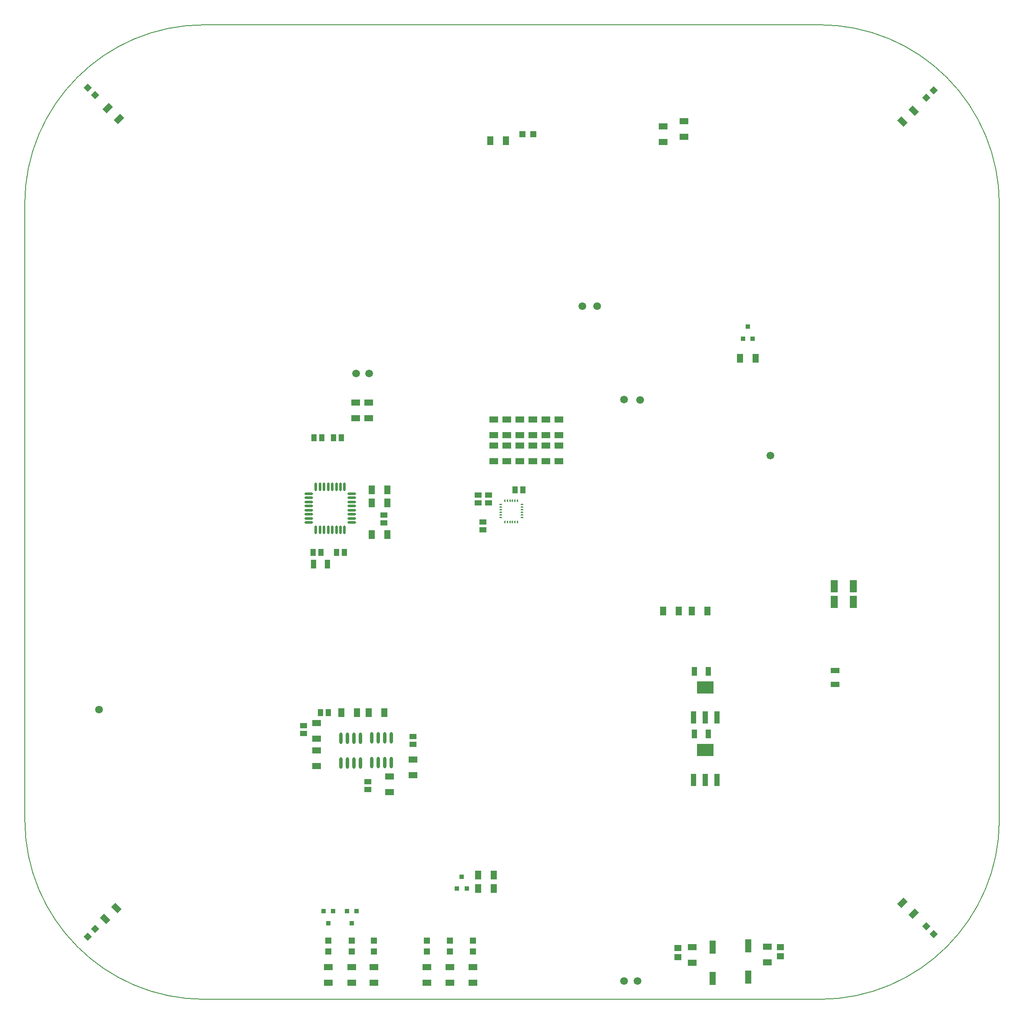
<source format=gtp>
%FSLAX23Y23*%
%MOIN*%
G70*
G01*
G75*
G04 Layer_Color=8421504*
%ADD10C,0.008*%
%ADD11C,0.059*%
%ADD12R,0.035X0.037*%
%ADD13R,0.035X0.037*%
%ADD14R,0.045X0.069*%
%ADD15R,0.055X0.047*%
%ADD16R,0.055X0.043*%
%ADD17O,0.024X0.087*%
%ADD18R,0.039X0.094*%
%ADD19R,0.130X0.094*%
%ADD20O,0.065X0.022*%
%ADD21O,0.022X0.065*%
%ADD22R,0.043X0.055*%
%ADD23R,0.043X0.067*%
%ADD24R,0.067X0.043*%
%ADD25R,0.050X0.100*%
%ADD26R,0.057X0.094*%
%ADD27R,0.069X0.045*%
G04:AMPARAMS|DCode=28|XSize=69mil|YSize=45mil|CornerRadius=0mil|HoleSize=0mil|Usage=FLASHONLY|Rotation=225.000|XOffset=0mil|YOffset=0mil|HoleType=Round|Shape=Rectangle|*
%AMROTATEDRECTD28*
4,1,4,0.008,0.040,0.040,0.008,-0.008,-0.040,-0.040,-0.008,0.008,0.040,0.0*
%
%ADD28ROTATEDRECTD28*%

G04:AMPARAMS|DCode=29|XSize=69mil|YSize=45mil|CornerRadius=0mil|HoleSize=0mil|Usage=FLASHONLY|Rotation=315.000|XOffset=0mil|YOffset=0mil|HoleType=Round|Shape=Rectangle|*
%AMROTATEDRECTD29*
4,1,4,-0.040,0.008,-0.008,0.040,0.040,-0.008,0.008,-0.040,-0.040,0.008,0.0*
%
%ADD29ROTATEDRECTD29*%

%ADD30R,0.047X0.047*%
%ADD31R,0.047X0.047*%
G04:AMPARAMS|DCode=32|XSize=47mil|YSize=47mil|CornerRadius=0mil|HoleSize=0mil|Usage=FLASHONLY|Rotation=225.000|XOffset=0mil|YOffset=0mil|HoleType=Round|Shape=Rectangle|*
%AMROTATEDRECTD32*
4,1,4,0.000,0.033,0.033,0.000,0.000,-0.033,-0.033,0.000,0.000,0.033,0.0*
%
%ADD32ROTATEDRECTD32*%

G04:AMPARAMS|DCode=33|XSize=47mil|YSize=47mil|CornerRadius=0mil|HoleSize=0mil|Usage=FLASHONLY|Rotation=315.000|XOffset=0mil|YOffset=0mil|HoleType=Round|Shape=Rectangle|*
%AMROTATEDRECTD33*
4,1,4,-0.033,0.000,0.000,0.033,0.033,0.000,0.000,-0.033,-0.033,0.000,0.0*
%
%ADD33ROTATEDRECTD33*%

%ADD34O,0.022X0.010*%
%ADD35O,0.010X0.022*%
%ADD36C,0.010*%
%ADD37C,0.012*%
%ADD38C,0.009*%
%ADD39C,0.020*%
%ADD40C,0.030*%
%ADD41C,0.005*%
%ADD42R,0.047X0.047*%
%ADD43C,0.047*%
%ADD44C,0.060*%
%ADD45C,0.063*%
%ADD46R,0.060X0.060*%
%ADD47R,0.059X0.059*%
%ADD48R,0.059X0.059*%
%ADD49C,0.051*%
%ADD50C,0.039*%
%ADD51R,0.047X0.047*%
%ADD52O,0.100X0.050*%
%ADD53R,0.100X0.050*%
%ADD54C,0.031*%
%ADD55C,0.024*%
%ADD56C,0.026*%
%ADD57C,0.004*%
%ADD58C,0.010*%
%ADD59C,0.008*%
%ADD60C,0.024*%
%ADD61C,0.016*%
%ADD62C,0.001*%
%ADD63C,0.020*%
%ADD64C,0.006*%
D11*
X860Y-3600D02*
D03*
X965D02*
D03*
X-3170Y-1515D02*
D03*
X860Y865D02*
D03*
X985Y860D02*
D03*
X-1095Y1065D02*
D03*
X-1195D02*
D03*
X1985Y435D02*
D03*
X540Y1580D02*
D03*
X655D02*
D03*
D12*
X-422Y-2891D02*
D03*
X-385Y-2799D02*
D03*
X-1410Y-3156D02*
D03*
X-1373Y-3064D02*
D03*
X-1230Y-3156D02*
D03*
X-1193Y-3064D02*
D03*
X1811Y1424D02*
D03*
X1774Y1332D02*
D03*
D13*
X-348Y-2891D02*
D03*
X-1447Y-3064D02*
D03*
X-1267D02*
D03*
X1848Y1332D02*
D03*
D14*
X-140Y-2785D02*
D03*
X-260D02*
D03*
X1380Y-760D02*
D03*
X1500D02*
D03*
X1160D02*
D03*
X1280D02*
D03*
X-48Y2851D02*
D03*
X-168D02*
D03*
X-1099Y-1540D02*
D03*
X-979D02*
D03*
X-1309D02*
D03*
X-1189D02*
D03*
X-1075Y-174D02*
D03*
X-955D02*
D03*
X-1075Y70D02*
D03*
X-955D02*
D03*
Y170D02*
D03*
X-1075D02*
D03*
X1871Y1181D02*
D03*
X1751D02*
D03*
X-140Y-2890D02*
D03*
X-260D02*
D03*
D15*
X2060Y-3340D02*
D03*
Y-3410D02*
D03*
X1275Y-3345D02*
D03*
Y-3415D02*
D03*
D16*
X-260Y130D02*
D03*
Y70D02*
D03*
X-180Y130D02*
D03*
Y70D02*
D03*
X-1599Y-1641D02*
D03*
Y-1700D02*
D03*
X-222Y-135D02*
D03*
Y-75D02*
D03*
X-759Y-1782D02*
D03*
Y-1722D02*
D03*
X-1106Y-2069D02*
D03*
Y-2129D02*
D03*
X-983Y-24D02*
D03*
Y-84D02*
D03*
D17*
X-926Y-1734D02*
D03*
X-976D02*
D03*
X-1026D02*
D03*
X-1076D02*
D03*
X-926Y-1923D02*
D03*
X-976D02*
D03*
X-1026D02*
D03*
X-1076D02*
D03*
X-1164Y-1736D02*
D03*
X-1214D02*
D03*
X-1264D02*
D03*
X-1314D02*
D03*
X-1164Y-1925D02*
D03*
X-1214D02*
D03*
X-1264D02*
D03*
X-1314D02*
D03*
D18*
X1393Y-1576D02*
D03*
X1483D02*
D03*
X1574D02*
D03*
X1393Y-2056D02*
D03*
X1483D02*
D03*
X1574D02*
D03*
D19*
X1483Y-1347D02*
D03*
Y-1827D02*
D03*
D20*
X-1230Y140D02*
D03*
Y109D02*
D03*
Y77D02*
D03*
Y46D02*
D03*
Y14D02*
D03*
Y-17D02*
D03*
Y-49D02*
D03*
Y-80D02*
D03*
X-1560D02*
D03*
Y-49D02*
D03*
Y-17D02*
D03*
Y14D02*
D03*
Y46D02*
D03*
Y77D02*
D03*
Y109D02*
D03*
Y140D02*
D03*
D21*
X-1285Y-135D02*
D03*
X-1316D02*
D03*
X-1348D02*
D03*
X-1379D02*
D03*
X-1411D02*
D03*
X-1442D02*
D03*
X-1474D02*
D03*
X-1505D02*
D03*
Y195D02*
D03*
X-1474D02*
D03*
X-1442D02*
D03*
X-1411D02*
D03*
X-1379D02*
D03*
X-1348D02*
D03*
X-1316D02*
D03*
X-1285D02*
D03*
D22*
X85Y170D02*
D03*
X25D02*
D03*
X-1345Y-310D02*
D03*
X-1285D02*
D03*
X-1465D02*
D03*
X-1525D02*
D03*
X-1310Y570D02*
D03*
X-1370D02*
D03*
X-1520D02*
D03*
X-1460D02*
D03*
X-1470Y-1540D02*
D03*
X-1410D02*
D03*
D23*
X1400Y-1702D02*
D03*
X1506D02*
D03*
X1400Y-1222D02*
D03*
X1506D02*
D03*
X-1417Y-400D02*
D03*
X-1523D02*
D03*
D24*
X2480Y-1323D02*
D03*
Y-1217D02*
D03*
D25*
X1815Y-3571D02*
D03*
Y-3330D02*
D03*
X1540Y-3579D02*
D03*
Y-3339D02*
D03*
D26*
X2620Y-690D02*
D03*
Y-570D02*
D03*
X2475Y-690D02*
D03*
Y-570D02*
D03*
D27*
X-300Y-3494D02*
D03*
Y-3614D02*
D03*
X-1100Y720D02*
D03*
Y840D02*
D03*
X-1200Y720D02*
D03*
Y840D02*
D03*
X-759Y-2020D02*
D03*
Y-1900D02*
D03*
X-1230Y-3493D02*
D03*
Y-3613D02*
D03*
X-1499Y-1740D02*
D03*
Y-1620D02*
D03*
Y-1951D02*
D03*
Y-1830D02*
D03*
X-939Y-2030D02*
D03*
Y-2150D02*
D03*
X1320Y2880D02*
D03*
Y3000D02*
D03*
X1160Y2840D02*
D03*
Y2960D02*
D03*
X-1061Y-3613D02*
D03*
Y-3493D02*
D03*
X-1410Y-3493D02*
D03*
Y-3613D02*
D03*
X1385Y-3340D02*
D03*
Y-3460D02*
D03*
X1960Y-3335D02*
D03*
Y-3455D02*
D03*
X-476Y-3614D02*
D03*
Y-3494D02*
D03*
X-652Y-3614D02*
D03*
Y-3494D02*
D03*
X360Y510D02*
D03*
Y390D02*
D03*
Y710D02*
D03*
Y590D02*
D03*
X260Y510D02*
D03*
Y390D02*
D03*
Y710D02*
D03*
Y590D02*
D03*
X160Y510D02*
D03*
Y390D02*
D03*
Y710D02*
D03*
Y590D02*
D03*
X60Y510D02*
D03*
Y390D02*
D03*
Y710D02*
D03*
Y590D02*
D03*
X-40Y510D02*
D03*
Y390D02*
D03*
Y710D02*
D03*
Y590D02*
D03*
X-140Y510D02*
D03*
Y390D02*
D03*
Y710D02*
D03*
Y590D02*
D03*
D28*
X-3102Y3102D02*
D03*
X-3018Y3018D02*
D03*
X3082Y-3082D02*
D03*
X2998Y-2998D02*
D03*
D29*
X-3122Y-3122D02*
D03*
X-3038Y-3038D02*
D03*
X3082Y3082D02*
D03*
X2998Y2998D02*
D03*
D30*
X-300Y-3374D02*
D03*
Y-3291D02*
D03*
X-1230Y-3290D02*
D03*
Y-3373D02*
D03*
X-1410D02*
D03*
Y-3290D02*
D03*
X-1061Y-3373D02*
D03*
Y-3290D02*
D03*
X-653Y-3374D02*
D03*
Y-3291D02*
D03*
X-476Y-3374D02*
D03*
Y-3291D02*
D03*
D31*
X163Y2900D02*
D03*
X80D02*
D03*
D32*
X-3200Y-3200D02*
D03*
X-3258Y-3258D02*
D03*
X3180Y3180D02*
D03*
X3238Y3238D02*
D03*
D33*
X3180Y-3180D02*
D03*
X3238Y-3238D02*
D03*
X-3200Y3200D02*
D03*
X-3258Y3258D02*
D03*
D34*
X-86Y56D02*
D03*
Y36D02*
D03*
Y17D02*
D03*
Y-3D02*
D03*
Y-23D02*
D03*
Y-43D02*
D03*
X77D02*
D03*
Y-23D02*
D03*
Y-3D02*
D03*
Y17D02*
D03*
Y36D02*
D03*
Y56D02*
D03*
D35*
X-54Y-75D02*
D03*
X-34D02*
D03*
X-14D02*
D03*
X5D02*
D03*
X25D02*
D03*
X45D02*
D03*
Y88D02*
D03*
X25D02*
D03*
X5D02*
D03*
X-14D02*
D03*
X-34D02*
D03*
X-54D02*
D03*
D41*
X2363Y-3740D02*
G03*
X3741Y-2362I0J1378D01*
G01*
X-3739D02*
G03*
X-2362Y-3740I1378J0D01*
G01*
Y3740D02*
G03*
X-3739Y2362I0J-1378D01*
G01*
X3741D02*
G03*
X2363Y3740I-1378J0D01*
G01*
X-2362Y-3740D02*
X2363D01*
X-3739Y-2362D02*
Y2362D01*
X-2362Y3740D02*
X2363D01*
X3741Y-2362D02*
Y2362D01*
M02*

</source>
